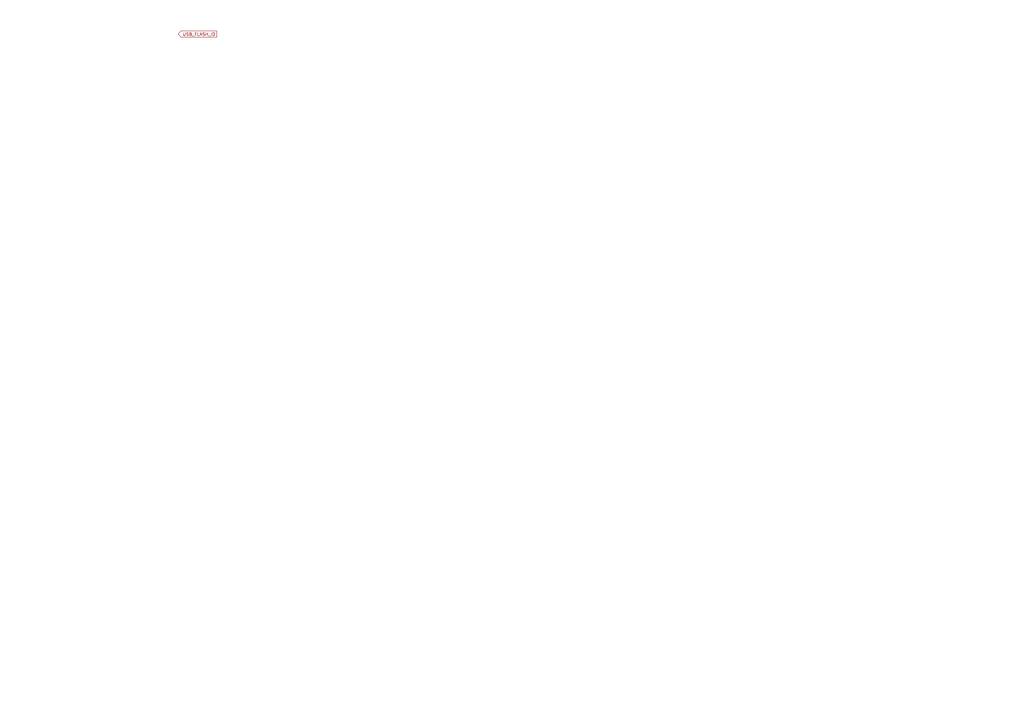
<source format=kicad_sch>
(kicad_sch
	(version 20250114)
	(generator "eeschema")
	(generator_version "9.0")
	(uuid "4d9bc877-1c0b-4f5a-91a9-7f631a47eada")
	(paper "A3")
	(title_block
		(title "Jetson Orin AGX Baseboard")
		(date "2025-08-11")
		(rev "1.0.0")
		(company "Antmicro Ltd")
		(comment 1 "www.antmicro.com")
	)
	(lib_symbols)
	(global_label "USB_FLASH_ID"
		(shape output)
		(at 88.9 13.97 180)
		(fields_autoplaced yes)
		(effects
			(font
				(size 1.27 1.27)
			)
			(justify right)
		)
		(uuid "00985978-417c-4f9c-9054-bd95b3d5c7d1")
		(property "Intersheetrefs" "${INTERSHEET_REFS}"
			(at 72.5495 13.97 0)
			(effects
				(font
					(size 1.27 1.27)
				)
				(justify right)
				(hide yes)
			)
		)
	)
)

</source>
